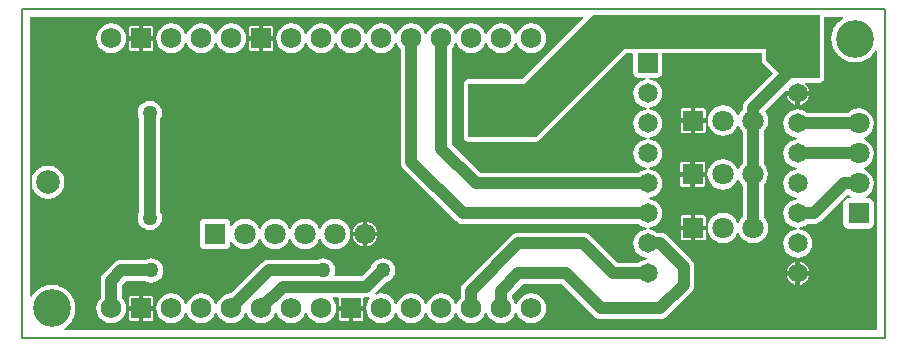
<source format=gbl>
G04 Layer_Physical_Order=4*
G04 Layer_Color=16711680*
%FSLAX24Y24*%
%MOIN*%
G70*
G01*
G75*
%ADD20C,0.0394*%
%ADD21C,0.0050*%
%ADD22C,0.0650*%
%ADD23R,0.0650X0.0650*%
%ADD24C,0.0709*%
%ADD25R,0.0709X0.0709*%
%ADD26C,0.0690*%
%ADD27R,0.0690X0.0690*%
%ADD28R,0.0709X0.0709*%
%ADD29C,0.0787*%
%ADD30C,0.1260*%
%ADD31C,0.0500*%
G36*
X37366Y20655D02*
X37332Y20637D01*
X37321Y20627D01*
X37320Y20627D01*
X37307Y20620D01*
X37211Y20542D01*
X37202Y20530D01*
X37190Y20520D01*
X37111Y20424D01*
X37104Y20411D01*
X37104Y20411D01*
X37095Y20399D01*
X37036Y20290D01*
X37032Y20276D01*
X37025Y20262D01*
X36989Y20144D01*
X36987Y20129D01*
X36983Y20114D01*
X36971Y19991D01*
X36972Y19976D01*
X36971Y19961D01*
X36983Y19837D01*
X36987Y19823D01*
X36989Y19808D01*
X37025Y19689D01*
X37032Y19676D01*
X37036Y19661D01*
X37095Y19552D01*
X37104Y19540D01*
X37104Y19540D01*
X37111Y19527D01*
X37190Y19431D01*
X37202Y19422D01*
X37211Y19410D01*
X37307Y19331D01*
X37320Y19324D01*
X37321Y19324D01*
X37332Y19315D01*
X37442Y19256D01*
X37456Y19252D01*
X37469Y19245D01*
X37588Y19209D01*
X37603Y19207D01*
X37617Y19203D01*
X37741Y19191D01*
X37748Y19191D01*
X37756Y19190D01*
X37763Y19191D01*
X37771Y19191D01*
X37894Y19203D01*
X37909Y19207D01*
X37924Y19209D01*
X38043Y19245D01*
X38056Y19252D01*
X38070Y19256D01*
X38180Y19315D01*
X38191Y19324D01*
X38191Y19324D01*
X38205Y19331D01*
X38300Y19410D01*
X38310Y19422D01*
X38322Y19431D01*
X38400Y19527D01*
X38408Y19540D01*
X38408Y19540D01*
X38417Y19552D01*
X38435Y19586D01*
X38485Y19573D01*
Y10255D01*
X11387D01*
X11374Y10305D01*
X11408Y10323D01*
X11420Y10333D01*
X11420Y10333D01*
X11433Y10340D01*
X11529Y10418D01*
X11538Y10430D01*
X11550Y10440D01*
X11629Y10536D01*
X11636Y10549D01*
X11636Y10549D01*
X11645Y10560D01*
X11704Y10670D01*
X11708Y10684D01*
X11715Y10698D01*
X11751Y10816D01*
X11753Y10831D01*
X11757Y10846D01*
X11769Y10969D01*
X11768Y10984D01*
X11769Y10999D01*
X11757Y11123D01*
X11753Y11137D01*
X11751Y11152D01*
X11715Y11271D01*
X11708Y11284D01*
X11704Y11299D01*
X11645Y11408D01*
X11636Y11420D01*
X11636Y11420D01*
X11629Y11433D01*
X11550Y11529D01*
X11538Y11538D01*
X11529Y11550D01*
X11433Y11629D01*
X11420Y11636D01*
X11420Y11636D01*
X11408Y11645D01*
X11299Y11704D01*
X11284Y11708D01*
X11271Y11715D01*
X11152Y11751D01*
X11137Y11753D01*
X11123Y11757D01*
X10999Y11769D01*
X10992Y11769D01*
X10984Y11770D01*
X10977Y11769D01*
X10969Y11769D01*
X10846Y11757D01*
X10831Y11753D01*
X10816Y11751D01*
X10698Y11715D01*
X10684Y11708D01*
X10670Y11704D01*
X10560Y11645D01*
X10549Y11636D01*
X10549Y11636D01*
X10536Y11629D01*
X10440Y11550D01*
X10430Y11538D01*
X10418Y11529D01*
X10340Y11433D01*
X10333Y11420D01*
X10333Y11420D01*
X10323Y11408D01*
X10305Y11374D01*
X10255Y11387D01*
Y20705D01*
X28691D01*
X28710Y20659D01*
X26669Y18618D01*
X24862Y18618D01*
X24804Y18606D01*
X24754Y18573D01*
X24721Y18523D01*
X24709Y18465D01*
Y16693D01*
X24721Y16634D01*
X24754Y16585D01*
X24804Y16552D01*
X24862Y16540D01*
X27126Y16540D01*
X27185Y16552D01*
X27234Y16585D01*
X30142Y19493D01*
X30325D01*
X30369Y19443D01*
Y18829D01*
X30380Y18770D01*
X30414Y18721D01*
X30463Y18687D01*
X30522Y18676D01*
X30793D01*
X30796Y18626D01*
X30723Y18616D01*
X30607Y18568D01*
X30508Y18492D01*
X30432Y18393D01*
X30384Y18277D01*
X30368Y18154D01*
X30384Y18030D01*
X30432Y17914D01*
X30508Y17815D01*
X30607Y17739D01*
X30723Y17691D01*
X30815Y17679D01*
Y17628D01*
X30723Y17616D01*
X30607Y17568D01*
X30508Y17492D01*
X30432Y17393D01*
X30384Y17277D01*
X30368Y17154D01*
X30384Y17030D01*
X30432Y16914D01*
X30508Y16815D01*
X30607Y16739D01*
X30723Y16691D01*
X30815Y16679D01*
Y16628D01*
X30723Y16616D01*
X30607Y16568D01*
X30508Y16492D01*
X30432Y16393D01*
X30384Y16277D01*
X30368Y16154D01*
X30384Y16030D01*
X30432Y15914D01*
X30508Y15815D01*
X30607Y15739D01*
X30723Y15691D01*
X30815Y15679D01*
Y15628D01*
X30723Y15616D01*
X30607Y15568D01*
X30522Y15503D01*
X25267D01*
X24310Y16460D01*
Y19629D01*
X24314Y19631D01*
X24393Y19735D01*
X24434Y19833D01*
X24488D01*
X24528Y19735D01*
X24608Y19631D01*
X24711Y19552D01*
X24831Y19502D01*
X24961Y19485D01*
X25090Y19502D01*
X25210Y19552D01*
X25314Y19631D01*
X25393Y19735D01*
X25434Y19833D01*
X25488D01*
X25528Y19735D01*
X25608Y19631D01*
X25711Y19552D01*
X25831Y19502D01*
X25961Y19485D01*
X26090Y19502D01*
X26210Y19552D01*
X26314Y19631D01*
X26393Y19735D01*
X26434Y19833D01*
X26488D01*
X26528Y19735D01*
X26608Y19631D01*
X26711Y19552D01*
X26831Y19502D01*
X26961Y19485D01*
X27090Y19502D01*
X27210Y19552D01*
X27314Y19631D01*
X27393Y19735D01*
X27443Y19855D01*
X27460Y19984D01*
X27443Y20113D01*
X27393Y20234D01*
X27314Y20337D01*
X27210Y20417D01*
X27090Y20467D01*
X26961Y20484D01*
X26831Y20467D01*
X26711Y20417D01*
X26608Y20337D01*
X26528Y20234D01*
X26488Y20136D01*
X26434D01*
X26393Y20234D01*
X26314Y20337D01*
X26210Y20417D01*
X26090Y20467D01*
X25961Y20484D01*
X25831Y20467D01*
X25711Y20417D01*
X25608Y20337D01*
X25528Y20234D01*
X25488Y20136D01*
X25434D01*
X25393Y20234D01*
X25314Y20337D01*
X25210Y20417D01*
X25090Y20467D01*
X24961Y20484D01*
X24831Y20467D01*
X24711Y20417D01*
X24608Y20337D01*
X24528Y20234D01*
X24488Y20136D01*
X24434D01*
X24393Y20234D01*
X24314Y20337D01*
X24210Y20417D01*
X24090Y20467D01*
X23961Y20484D01*
X23831Y20467D01*
X23711Y20417D01*
X23608Y20337D01*
X23528Y20234D01*
X23488Y20136D01*
X23434D01*
X23393Y20234D01*
X23314Y20337D01*
X23210Y20417D01*
X23090Y20467D01*
X22961Y20484D01*
X22831Y20467D01*
X22711Y20417D01*
X22608Y20337D01*
X22528Y20234D01*
X22488Y20136D01*
X22434D01*
X22393Y20234D01*
X22314Y20337D01*
X22210Y20417D01*
X22090Y20467D01*
X21961Y20484D01*
X21831Y20467D01*
X21711Y20417D01*
X21608Y20337D01*
X21528Y20234D01*
X21488Y20136D01*
X21434D01*
X21393Y20234D01*
X21314Y20337D01*
X21210Y20417D01*
X21090Y20467D01*
X20961Y20484D01*
X20831Y20467D01*
X20711Y20417D01*
X20608Y20337D01*
X20528Y20234D01*
X20488Y20136D01*
X20434D01*
X20393Y20234D01*
X20314Y20337D01*
X20210Y20417D01*
X20090Y20467D01*
X19961Y20484D01*
X19831Y20467D01*
X19711Y20417D01*
X19608Y20337D01*
X19528Y20234D01*
X19488Y20136D01*
X19434D01*
X19393Y20234D01*
X19314Y20337D01*
X19210Y20417D01*
X19090Y20467D01*
X18961Y20484D01*
X18831Y20467D01*
X18711Y20417D01*
X18608Y20337D01*
X18528Y20234D01*
X18478Y20113D01*
X18461Y19984D01*
X18478Y19855D01*
X18528Y19735D01*
X18608Y19631D01*
X18711Y19552D01*
X18831Y19502D01*
X18961Y19485D01*
X19090Y19502D01*
X19210Y19552D01*
X19314Y19631D01*
X19393Y19735D01*
X19434Y19833D01*
X19488D01*
X19528Y19735D01*
X19608Y19631D01*
X19711Y19552D01*
X19831Y19502D01*
X19961Y19485D01*
X20090Y19502D01*
X20210Y19552D01*
X20314Y19631D01*
X20393Y19735D01*
X20434Y19833D01*
X20488D01*
X20528Y19735D01*
X20608Y19631D01*
X20711Y19552D01*
X20831Y19502D01*
X20961Y19485D01*
X21090Y19502D01*
X21210Y19552D01*
X21314Y19631D01*
X21393Y19735D01*
X21434Y19833D01*
X21488D01*
X21528Y19735D01*
X21608Y19631D01*
X21711Y19552D01*
X21831Y19502D01*
X21961Y19485D01*
X22090Y19502D01*
X22210Y19552D01*
X22314Y19631D01*
X22393Y19735D01*
X22434Y19833D01*
X22488D01*
X22528Y19735D01*
X22608Y19631D01*
X22611Y19629D01*
Y15882D01*
X22617Y15837D01*
X22623Y15791D01*
X22658Y15707D01*
X22713Y15635D01*
X24442Y13906D01*
X24514Y13851D01*
X24563Y13830D01*
X24598Y13816D01*
X24644Y13810D01*
X24689Y13804D01*
X30522D01*
X30607Y13739D01*
X30723Y13691D01*
X30815Y13679D01*
Y13628D01*
X30723Y13616D01*
X30607Y13568D01*
X30508Y13492D01*
X30432Y13393D01*
X30384Y13277D01*
X30368Y13154D01*
X30384Y13030D01*
X30432Y12914D01*
X30508Y12815D01*
X30607Y12739D01*
X30723Y12691D01*
X30815Y12679D01*
Y12628D01*
X30723Y12616D01*
X30607Y12568D01*
X30522Y12503D01*
X29842D01*
X28944Y13401D01*
X28872Y13457D01*
X28787Y13491D01*
X28697Y13503D01*
X26535D01*
X26445Y13491D01*
X26361Y13457D01*
X26288Y13401D01*
X24713Y11826D01*
X24658Y11754D01*
X24623Y11669D01*
X24617Y11624D01*
X24611Y11579D01*
Y11340D01*
X24608Y11337D01*
X24528Y11234D01*
X24488Y11136D01*
X24434D01*
X24393Y11234D01*
X24314Y11337D01*
X24210Y11417D01*
X24090Y11467D01*
X23961Y11484D01*
X23831Y11467D01*
X23711Y11417D01*
X23608Y11337D01*
X23528Y11234D01*
X23488Y11136D01*
X23434D01*
X23393Y11234D01*
X23314Y11337D01*
X23210Y11417D01*
X23090Y11467D01*
X22961Y11484D01*
X22831Y11467D01*
X22711Y11417D01*
X22608Y11337D01*
X22528Y11234D01*
X22488Y11136D01*
X22434D01*
X22393Y11234D01*
X22314Y11337D01*
X22210Y11417D01*
X22090Y11467D01*
X21961Y11484D01*
X21831Y11467D01*
X21783Y11446D01*
X21754Y11489D01*
X22126Y11861D01*
X22223Y11901D01*
X22306Y11965D01*
X22370Y12048D01*
X22411Y12146D01*
X22424Y12250D01*
X22411Y12354D01*
X22370Y12452D01*
X22306Y12535D01*
X22223Y12599D01*
X22125Y12640D01*
X22021Y12653D01*
X21916Y12640D01*
X21819Y12599D01*
X21736Y12535D01*
X21671Y12452D01*
X21632Y12355D01*
X21326Y12050D01*
X20416D01*
X20388Y12091D01*
X20410Y12146D01*
X20424Y12250D01*
X20410Y12354D01*
X20370Y12452D01*
X20306Y12535D01*
X20223Y12599D01*
X20125Y12640D01*
X20021Y12653D01*
X19916Y12640D01*
X19820Y12600D01*
X18226D01*
X18136Y12588D01*
X18051Y12553D01*
X17979Y12497D01*
X16965Y11483D01*
X16961Y11484D01*
X16831Y11467D01*
X16711Y11417D01*
X16608Y11337D01*
X16528Y11234D01*
X16488Y11136D01*
X16434D01*
X16393Y11234D01*
X16314Y11337D01*
X16210Y11417D01*
X16090Y11467D01*
X15961Y11484D01*
X15831Y11467D01*
X15711Y11417D01*
X15608Y11337D01*
X15528Y11234D01*
X15488Y11136D01*
X15434D01*
X15393Y11234D01*
X15314Y11337D01*
X15210Y11417D01*
X15090Y11467D01*
X14961Y11484D01*
X14831Y11467D01*
X14711Y11417D01*
X14608Y11337D01*
X14528Y11234D01*
X14478Y11113D01*
X14461Y10984D01*
X14478Y10855D01*
X14528Y10735D01*
X14608Y10631D01*
X14711Y10552D01*
X14831Y10502D01*
X14961Y10485D01*
X15090Y10502D01*
X15210Y10552D01*
X15314Y10631D01*
X15393Y10735D01*
X15434Y10833D01*
X15488D01*
X15528Y10735D01*
X15608Y10631D01*
X15711Y10552D01*
X15831Y10502D01*
X15961Y10485D01*
X16090Y10502D01*
X16210Y10552D01*
X16314Y10631D01*
X16393Y10735D01*
X16434Y10833D01*
X16488D01*
X16528Y10735D01*
X16608Y10631D01*
X16711Y10552D01*
X16831Y10502D01*
X16961Y10485D01*
X17090Y10502D01*
X17210Y10552D01*
X17314Y10631D01*
X17393Y10735D01*
X17434Y10833D01*
X17488D01*
X17528Y10735D01*
X17608Y10631D01*
X17711Y10552D01*
X17831Y10502D01*
X17961Y10485D01*
X18090Y10502D01*
X18210Y10552D01*
X18314Y10631D01*
X18393Y10735D01*
X18434Y10833D01*
X18488D01*
X18528Y10735D01*
X18608Y10631D01*
X18711Y10552D01*
X18831Y10502D01*
X18961Y10485D01*
X19090Y10502D01*
X19210Y10552D01*
X19314Y10631D01*
X19393Y10735D01*
X19434Y10833D01*
X19488D01*
X19528Y10735D01*
X19608Y10631D01*
X19711Y10552D01*
X19831Y10502D01*
X19961Y10485D01*
X20090Y10502D01*
X20210Y10552D01*
X20314Y10631D01*
X20393Y10735D01*
X20443Y10855D01*
X20460Y10984D01*
X20443Y11113D01*
X20393Y11234D01*
X20342Y11300D01*
X20367Y11350D01*
X20537D01*
X20551Y11329D01*
Y11059D01*
X20961D01*
X21371D01*
Y11329D01*
X21385Y11350D01*
X21471D01*
X21561Y11362D01*
X21565Y11363D01*
X21596Y11322D01*
X21528Y11234D01*
X21478Y11113D01*
X21461Y10984D01*
X21478Y10855D01*
X21528Y10735D01*
X21608Y10631D01*
X21711Y10552D01*
X21831Y10502D01*
X21961Y10485D01*
X22090Y10502D01*
X22210Y10552D01*
X22314Y10631D01*
X22393Y10735D01*
X22434Y10833D01*
X22488D01*
X22528Y10735D01*
X22608Y10631D01*
X22711Y10552D01*
X22831Y10502D01*
X22961Y10485D01*
X23090Y10502D01*
X23210Y10552D01*
X23314Y10631D01*
X23393Y10735D01*
X23434Y10833D01*
X23488D01*
X23528Y10735D01*
X23608Y10631D01*
X23711Y10552D01*
X23831Y10502D01*
X23961Y10485D01*
X24090Y10502D01*
X24210Y10552D01*
X24314Y10631D01*
X24393Y10735D01*
X24434Y10833D01*
X24488D01*
X24528Y10735D01*
X24608Y10631D01*
X24711Y10552D01*
X24831Y10502D01*
X24961Y10485D01*
X25090Y10502D01*
X25210Y10552D01*
X25314Y10631D01*
X25393Y10735D01*
X25434Y10833D01*
X25488D01*
X25528Y10735D01*
X25608Y10631D01*
X25711Y10552D01*
X25831Y10502D01*
X25961Y10485D01*
X26090Y10502D01*
X26210Y10552D01*
X26314Y10631D01*
X26393Y10735D01*
X26434Y10833D01*
X26488D01*
X26528Y10735D01*
X26608Y10631D01*
X26711Y10552D01*
X26831Y10502D01*
X26961Y10485D01*
X27090Y10502D01*
X27210Y10552D01*
X27314Y10631D01*
X27393Y10735D01*
X27443Y10855D01*
X27460Y10984D01*
X27443Y11113D01*
X27393Y11234D01*
X27314Y11337D01*
X27210Y11417D01*
X27090Y11467D01*
X26961Y11484D01*
X26831Y11467D01*
X26711Y11417D01*
X26608Y11337D01*
X26528Y11234D01*
X26488Y11136D01*
X26434D01*
X26393Y11234D01*
X26314Y11337D01*
X26310Y11340D01*
Y11434D01*
X26680Y11804D01*
X27977D01*
X29044Y10737D01*
X29116Y10681D01*
X29201Y10646D01*
X29291Y10634D01*
X31260D01*
X31350Y10646D01*
X31435Y10681D01*
X31507Y10737D01*
X32295Y11524D01*
X32350Y11597D01*
X32385Y11681D01*
X32391Y11726D01*
X32397Y11772D01*
Y12366D01*
X32391Y12411D01*
X32385Y12457D01*
X32350Y12541D01*
X32295Y12614D01*
X31507Y13401D01*
X31435Y13457D01*
X31350Y13491D01*
X31260Y13503D01*
X31170D01*
X31086Y13568D01*
X30970Y13616D01*
X30878Y13628D01*
Y13679D01*
X30970Y13691D01*
X31086Y13739D01*
X31185Y13815D01*
X31261Y13914D01*
X31309Y14030D01*
X31325Y14154D01*
X31309Y14277D01*
X31261Y14393D01*
X31185Y14492D01*
X31086Y14568D01*
X30970Y14616D01*
X30878Y14628D01*
Y14679D01*
X30970Y14691D01*
X31086Y14739D01*
X31185Y14815D01*
X31261Y14914D01*
X31309Y15030D01*
X31325Y15154D01*
X31309Y15277D01*
X31261Y15393D01*
X31185Y15492D01*
X31086Y15568D01*
X30970Y15616D01*
X30878Y15628D01*
Y15679D01*
X30970Y15691D01*
X31086Y15739D01*
X31185Y15815D01*
X31261Y15914D01*
X31309Y16030D01*
X31325Y16154D01*
X31309Y16277D01*
X31261Y16393D01*
X31185Y16492D01*
X31086Y16568D01*
X30970Y16616D01*
X30878Y16628D01*
Y16679D01*
X30970Y16691D01*
X31086Y16739D01*
X31185Y16815D01*
X31261Y16914D01*
X31309Y17030D01*
X31325Y17154D01*
X31309Y17277D01*
X31261Y17393D01*
X31185Y17492D01*
X31086Y17568D01*
X30970Y17616D01*
X30878Y17628D01*
Y17679D01*
X30970Y17691D01*
X31086Y17739D01*
X31185Y17815D01*
X31261Y17914D01*
X31309Y18030D01*
X31325Y18154D01*
X31309Y18277D01*
X31261Y18393D01*
X31185Y18492D01*
X31086Y18568D01*
X30970Y18616D01*
X30897Y18626D01*
X30900Y18676D01*
X31171D01*
X31230Y18687D01*
X31279Y18721D01*
X31313Y18770D01*
X31324Y18829D01*
Y19478D01*
X31336Y19493D01*
X34650Y19493D01*
Y19252D01*
X34662Y19193D01*
X34695Y19144D01*
X35018Y18820D01*
X34115Y17917D01*
X34059Y17844D01*
X34024Y17760D01*
X34018Y17715D01*
X34012Y17669D01*
Y17611D01*
X34003Y17604D01*
X33922Y17498D01*
X33889Y17420D01*
X33835D01*
X33803Y17498D01*
X33722Y17604D01*
X33617Y17685D01*
X33494Y17735D01*
X33362Y17753D01*
X33231Y17735D01*
X33108Y17685D01*
X33003Y17604D01*
X32922Y17498D01*
X32871Y17376D01*
X32854Y17244D01*
X32871Y17112D01*
X32922Y16990D01*
X33003Y16884D01*
X33108Y16804D01*
X33231Y16753D01*
X33362Y16735D01*
X33494Y16753D01*
X33617Y16804D01*
X33722Y16884D01*
X33803Y16990D01*
X33835Y17068D01*
X33889D01*
X33922Y16990D01*
X34003Y16884D01*
X34012Y16877D01*
Y15836D01*
X33987Y15816D01*
X33906Y15711D01*
X33874Y15633D01*
X33819D01*
X33787Y15711D01*
X33706Y15816D01*
X33601Y15897D01*
X33478Y15948D01*
X33346Y15965D01*
X33215Y15948D01*
X33092Y15897D01*
X32987Y15816D01*
X32906Y15711D01*
X32855Y15588D01*
X32838Y15457D01*
X32855Y15325D01*
X32906Y15202D01*
X32987Y15097D01*
X33092Y15016D01*
X33215Y14965D01*
X33346Y14948D01*
X33478Y14965D01*
X33601Y15016D01*
X33706Y15097D01*
X33787Y15202D01*
X33819Y15281D01*
X33874D01*
X33906Y15202D01*
X33987Y15097D01*
X34012Y15077D01*
Y14037D01*
X34003Y14029D01*
X33922Y13924D01*
X33889Y13845D01*
X33835D01*
X33803Y13924D01*
X33722Y14029D01*
X33617Y14110D01*
X33494Y14161D01*
X33362Y14178D01*
X33231Y14161D01*
X33108Y14110D01*
X33003Y14029D01*
X32922Y13924D01*
X32871Y13801D01*
X32854Y13669D01*
X32871Y13538D01*
X32922Y13415D01*
X33003Y13310D01*
X33108Y13229D01*
X33231Y13178D01*
X33362Y13161D01*
X33494Y13178D01*
X33617Y13229D01*
X33722Y13310D01*
X33803Y13415D01*
X33835Y13493D01*
X33889D01*
X33922Y13415D01*
X34003Y13310D01*
X34108Y13229D01*
X34231Y13178D01*
X34362Y13161D01*
X34494Y13178D01*
X34617Y13229D01*
X34722Y13310D01*
X34803Y13415D01*
X34854Y13538D01*
X34871Y13669D01*
X34854Y13801D01*
X34803Y13924D01*
X34722Y14029D01*
X34712Y14037D01*
Y15105D01*
X34787Y15202D01*
X34838Y15325D01*
X34855Y15457D01*
X34838Y15588D01*
X34787Y15711D01*
X34712Y15809D01*
Y16877D01*
X34722Y16884D01*
X34803Y16990D01*
X34854Y17112D01*
X34871Y17244D01*
X34854Y17376D01*
X34803Y17498D01*
X34752Y17564D01*
X35418Y18230D01*
X35422Y18229D01*
X36225D01*
X36221Y18254D01*
X36183Y18348D01*
X36121Y18428D01*
X36081Y18458D01*
X36098Y18508D01*
X36575D01*
X36633Y18520D01*
X36683Y18553D01*
X36716Y18603D01*
X36728Y18661D01*
Y20705D01*
X37354D01*
X37366Y20655D01*
D02*
G37*
G36*
X36575Y18661D02*
X35394D01*
X34803Y19252D01*
Y19646D01*
X30079Y19646D01*
X27126Y16693D01*
X24862Y16693D01*
Y18465D01*
X26732Y18465D01*
X29035Y20768D01*
X36575D01*
Y18661D01*
D02*
G37*
%LPC*%
G36*
X32781Y13594D02*
X32437D01*
Y13250D01*
X32717D01*
X32762Y13269D01*
X32781Y13315D01*
Y13594D01*
D02*
G37*
G36*
X21344Y13873D02*
X21311Y13868D01*
X21210Y13826D01*
X21124Y13760D01*
X21057Y13674D01*
X21016Y13573D01*
X21011Y13540D01*
X21344D01*
Y13873D01*
D02*
G37*
G36*
X32287Y13594D02*
X31943D01*
Y13315D01*
X31962Y13269D01*
X32008Y13250D01*
X32287D01*
Y13594D01*
D02*
G37*
G36*
X21344Y13390D02*
X21011D01*
X21016Y13356D01*
X21057Y13256D01*
X21124Y13169D01*
X21210Y13103D01*
X21311Y13061D01*
X21344Y13057D01*
Y13390D01*
D02*
G37*
G36*
X21827D02*
X21494D01*
Y13057D01*
X21527Y13061D01*
X21628Y13103D01*
X21715Y13169D01*
X21781Y13256D01*
X21823Y13356D01*
X21827Y13390D01*
D02*
G37*
G36*
X32287Y14089D02*
X32008D01*
X31962Y14070D01*
X31943Y14024D01*
Y13744D01*
X32287D01*
Y14089D01*
D02*
G37*
G36*
X32717D02*
X32437D01*
Y13744D01*
X32781D01*
Y14024D01*
X32762Y14070D01*
X32717Y14089D01*
D02*
G37*
G36*
X20419Y13973D02*
X20288Y13956D01*
X20165Y13905D01*
X20060Y13824D01*
X19979Y13719D01*
X19946Y13641D01*
X19892D01*
X19860Y13719D01*
X19779Y13824D01*
X19674Y13905D01*
X19551Y13956D01*
X19419Y13973D01*
X19288Y13956D01*
X19165Y13905D01*
X19060Y13824D01*
X18979Y13719D01*
X18946Y13641D01*
X18892D01*
X18860Y13719D01*
X18779Y13824D01*
X18674Y13905D01*
X18551Y13956D01*
X18419Y13973D01*
X18288Y13956D01*
X18165Y13905D01*
X18060Y13824D01*
X17979Y13719D01*
X17946Y13641D01*
X17892D01*
X17860Y13719D01*
X17779Y13824D01*
X17674Y13905D01*
X17551Y13956D01*
X17419Y13973D01*
X17288Y13956D01*
X17165Y13905D01*
X17060Y13824D01*
X16979Y13719D01*
X16977Y13714D01*
X16927Y13724D01*
Y13819D01*
X16915Y13877D01*
X16882Y13927D01*
X16832Y13960D01*
X16774Y13972D01*
X16065D01*
X16006Y13960D01*
X15957Y13927D01*
X15924Y13877D01*
X15912Y13819D01*
Y13110D01*
X15924Y13052D01*
X15957Y13002D01*
X16006Y12969D01*
X16065Y12957D01*
X16774D01*
X16832Y12969D01*
X16882Y13002D01*
X16915Y13052D01*
X16927Y13110D01*
Y13206D01*
X16977Y13216D01*
X16979Y13210D01*
X17060Y13105D01*
X17165Y13024D01*
X17288Y12973D01*
X17419Y12956D01*
X17551Y12973D01*
X17674Y13024D01*
X17779Y13105D01*
X17860Y13210D01*
X17892Y13288D01*
X17946D01*
X17979Y13210D01*
X18060Y13105D01*
X18165Y13024D01*
X18288Y12973D01*
X18419Y12956D01*
X18551Y12973D01*
X18674Y13024D01*
X18779Y13105D01*
X18860Y13210D01*
X18892Y13288D01*
X18946D01*
X18979Y13210D01*
X19060Y13105D01*
X19165Y13024D01*
X19288Y12973D01*
X19419Y12956D01*
X19551Y12973D01*
X19674Y13024D01*
X19779Y13105D01*
X19860Y13210D01*
X19892Y13288D01*
X19946D01*
X19979Y13210D01*
X20060Y13105D01*
X20165Y13024D01*
X20288Y12973D01*
X20419Y12956D01*
X20551Y12973D01*
X20674Y13024D01*
X20779Y13105D01*
X20860Y13210D01*
X20911Y13333D01*
X20928Y13465D01*
X20911Y13596D01*
X20860Y13719D01*
X20779Y13824D01*
X20674Y13905D01*
X20551Y13956D01*
X20419Y13973D01*
D02*
G37*
G36*
X21494Y13873D02*
Y13540D01*
X21827D01*
X21823Y13573D01*
X21781Y13674D01*
X21715Y13760D01*
X21628Y13826D01*
X21527Y13868D01*
X21494Y13873D01*
D02*
G37*
G36*
X14250Y17903D02*
X14146Y17890D01*
X14048Y17849D01*
X13965Y17785D01*
X13901Y17702D01*
X13860Y17604D01*
X13847Y17500D01*
X13860Y17396D01*
X13900Y17299D01*
Y14201D01*
X13860Y14104D01*
X13847Y14000D01*
X13860Y13896D01*
X13901Y13798D01*
X13965Y13715D01*
X14048Y13651D01*
X14146Y13610D01*
X14250Y13597D01*
X14354Y13610D01*
X14452Y13651D01*
X14535Y13715D01*
X14599Y13798D01*
X14640Y13896D01*
X14653Y14000D01*
X14640Y14104D01*
X14600Y14201D01*
Y17299D01*
X14640Y17396D01*
X14653Y17500D01*
X14640Y17604D01*
X14599Y17702D01*
X14535Y17785D01*
X14452Y17849D01*
X14354Y17890D01*
X14250Y17903D01*
D02*
G37*
G36*
X35921Y12532D02*
Y12229D01*
X36225D01*
X36221Y12254D01*
X36183Y12348D01*
X36121Y12428D01*
X36041Y12490D01*
X35947Y12528D01*
X35921Y12532D01*
D02*
G37*
G36*
X14306Y11394D02*
X14036D01*
Y11059D01*
X14371D01*
Y11329D01*
X14352Y11375D01*
X14306Y11394D01*
D02*
G37*
G36*
X35771Y12079D02*
X35468D01*
X35472Y12053D01*
X35510Y11959D01*
X35572Y11879D01*
X35652Y11817D01*
X35746Y11779D01*
X35771Y11775D01*
Y12079D01*
D02*
G37*
G36*
X13886Y11394D02*
X13616D01*
X13570Y11375D01*
X13551Y11329D01*
Y11059D01*
X13886D01*
Y11394D01*
D02*
G37*
G36*
X20886Y10909D02*
X20551D01*
Y10639D01*
X20570Y10593D01*
X20616Y10574D01*
X20886D01*
Y10909D01*
D02*
G37*
G36*
X21371D02*
X21036D01*
Y10574D01*
X21306D01*
X21352Y10593D01*
X21371Y10639D01*
Y10909D01*
D02*
G37*
G36*
X35771Y12532D02*
X35746Y12528D01*
X35652Y12490D01*
X35572Y12428D01*
X35510Y12348D01*
X35472Y12254D01*
X35468Y12229D01*
X35771D01*
Y12532D01*
D02*
G37*
G36*
X13886Y10909D02*
X13551D01*
Y10639D01*
X13570Y10593D01*
X13616Y10574D01*
X13886D01*
Y10909D01*
D02*
G37*
G36*
X14371D02*
X14036D01*
Y10574D01*
X14306D01*
X14352Y10593D01*
X14371Y10639D01*
Y10909D01*
D02*
G37*
G36*
X36225Y12079D02*
X35921D01*
Y11775D01*
X35947Y11779D01*
X36041Y11817D01*
X36121Y11879D01*
X36183Y11959D01*
X36221Y12053D01*
X36225Y12079D01*
D02*
G37*
G36*
X14300Y12653D02*
X14196Y12640D01*
X14099Y12600D01*
X13300D01*
X13209Y12588D01*
X13125Y12553D01*
X13053Y12497D01*
X12713Y12158D01*
X12658Y12086D01*
X12623Y12001D01*
X12617Y11956D01*
X12611Y11911D01*
Y11340D01*
X12608Y11337D01*
X12528Y11234D01*
X12478Y11113D01*
X12461Y10984D01*
X12478Y10855D01*
X12528Y10735D01*
X12608Y10631D01*
X12711Y10552D01*
X12831Y10502D01*
X12961Y10485D01*
X13090Y10502D01*
X13210Y10552D01*
X13314Y10631D01*
X13393Y10735D01*
X13443Y10855D01*
X13460Y10984D01*
X13443Y11113D01*
X13393Y11234D01*
X13314Y11337D01*
X13310Y11340D01*
Y11766D01*
X13445Y11900D01*
X14099D01*
X14196Y11860D01*
X14300Y11847D01*
X14404Y11860D01*
X14502Y11901D01*
X14585Y11965D01*
X14649Y12048D01*
X14690Y12146D01*
X14703Y12250D01*
X14690Y12354D01*
X14649Y12452D01*
X14585Y12535D01*
X14502Y12599D01*
X14404Y12640D01*
X14300Y12653D01*
D02*
G37*
G36*
X32271Y15382D02*
X31927D01*
Y15102D01*
X31946Y15056D01*
X31992Y15037D01*
X32271D01*
Y15382D01*
D02*
G37*
G36*
X17886Y19909D02*
X17551D01*
Y19639D01*
X17570Y19593D01*
X17616Y19574D01*
X17886D01*
Y19909D01*
D02*
G37*
G36*
X18371D02*
X18036D01*
Y19574D01*
X18306D01*
X18352Y19593D01*
X18371Y19639D01*
Y19909D01*
D02*
G37*
G36*
X14371D02*
X14036D01*
Y19574D01*
X14306D01*
X14352Y19593D01*
X14371Y19639D01*
Y19909D01*
D02*
G37*
G36*
X12961Y20484D02*
X12831Y20467D01*
X12711Y20417D01*
X12608Y20337D01*
X12528Y20234D01*
X12478Y20113D01*
X12461Y19984D01*
X12478Y19855D01*
X12528Y19735D01*
X12608Y19631D01*
X12711Y19552D01*
X12831Y19502D01*
X12961Y19485D01*
X13090Y19502D01*
X13210Y19552D01*
X13314Y19631D01*
X13393Y19735D01*
X13443Y19855D01*
X13460Y19984D01*
X13443Y20113D01*
X13393Y20234D01*
X13314Y20337D01*
X13210Y20417D01*
X13090Y20467D01*
X12961Y20484D01*
D02*
G37*
G36*
X13886Y19909D02*
X13551D01*
Y19639D01*
X13570Y19593D01*
X13616Y19574D01*
X13886D01*
Y19909D01*
D02*
G37*
G36*
X18306Y20394D02*
X18036D01*
Y20059D01*
X18371D01*
Y20329D01*
X18352Y20375D01*
X18306Y20394D01*
D02*
G37*
G36*
X16961Y20484D02*
X16831Y20467D01*
X16711Y20417D01*
X16608Y20337D01*
X16528Y20234D01*
X16488Y20136D01*
X16434D01*
X16393Y20234D01*
X16314Y20337D01*
X16210Y20417D01*
X16090Y20467D01*
X15961Y20484D01*
X15831Y20467D01*
X15711Y20417D01*
X15608Y20337D01*
X15528Y20234D01*
X15488Y20136D01*
X15434D01*
X15393Y20234D01*
X15314Y20337D01*
X15210Y20417D01*
X15090Y20467D01*
X14961Y20484D01*
X14831Y20467D01*
X14711Y20417D01*
X14608Y20337D01*
X14528Y20234D01*
X14478Y20113D01*
X14461Y19984D01*
X14478Y19855D01*
X14528Y19735D01*
X14608Y19631D01*
X14711Y19552D01*
X14831Y19502D01*
X14961Y19485D01*
X15090Y19502D01*
X15210Y19552D01*
X15314Y19631D01*
X15393Y19735D01*
X15434Y19833D01*
X15488D01*
X15528Y19735D01*
X15608Y19631D01*
X15711Y19552D01*
X15831Y19502D01*
X15961Y19485D01*
X16090Y19502D01*
X16210Y19552D01*
X16314Y19631D01*
X16393Y19735D01*
X16434Y19833D01*
X16488D01*
X16528Y19735D01*
X16608Y19631D01*
X16711Y19552D01*
X16831Y19502D01*
X16961Y19485D01*
X17090Y19502D01*
X17210Y19552D01*
X17314Y19631D01*
X17393Y19735D01*
X17443Y19855D01*
X17460Y19984D01*
X17443Y20113D01*
X17393Y20234D01*
X17314Y20337D01*
X17210Y20417D01*
X17090Y20467D01*
X16961Y20484D01*
D02*
G37*
G36*
X14306Y20394D02*
X14036D01*
Y20059D01*
X14371D01*
Y20329D01*
X14352Y20375D01*
X14306Y20394D01*
D02*
G37*
G36*
X13886D02*
X13616D01*
X13570Y20375D01*
X13551Y20329D01*
Y20059D01*
X13886D01*
Y20394D01*
D02*
G37*
G36*
X17886D02*
X17616D01*
X17570Y20375D01*
X17551Y20329D01*
Y20059D01*
X17886D01*
Y20394D01*
D02*
G37*
G36*
X36225Y18079D02*
X35921D01*
Y17775D01*
X35947Y17779D01*
X36041Y17817D01*
X36121Y17879D01*
X36183Y17959D01*
X36221Y18053D01*
X36225Y18079D01*
D02*
G37*
G36*
X10854Y15743D02*
X10844Y15741D01*
X10834Y15742D01*
X10732Y15728D01*
X10717Y15723D01*
X10712Y15723D01*
X10708Y15721D01*
X10693Y15718D01*
X10597Y15678D01*
X10585Y15670D01*
X10580Y15668D01*
X10576Y15665D01*
X10563Y15658D01*
X10480Y15595D01*
X10470Y15584D01*
X10467Y15581D01*
X10464Y15577D01*
X10452Y15567D01*
X10389Y15485D01*
X10382Y15471D01*
X10379Y15467D01*
X10378Y15463D01*
X10369Y15450D01*
X10329Y15354D01*
X10327Y15339D01*
X10325Y15335D01*
X10324Y15330D01*
X10319Y15316D01*
X10306Y15213D01*
X10307Y15198D01*
X10306Y15193D01*
X10307Y15188D01*
X10306Y15173D01*
X10319Y15070D01*
X10324Y15056D01*
X10325Y15051D01*
X10327Y15046D01*
X10329Y15032D01*
X10369Y14936D01*
X10378Y14923D01*
X10379Y14919D01*
X10382Y14915D01*
X10389Y14901D01*
X10452Y14819D01*
X10464Y14809D01*
X10467Y14805D01*
X10470Y14802D01*
X10480Y14791D01*
X10563Y14728D01*
X10576Y14721D01*
X10580Y14718D01*
X10585Y14716D01*
X10597Y14708D01*
X10693Y14668D01*
X10708Y14665D01*
X10712Y14663D01*
X10717Y14663D01*
X10732Y14658D01*
X10834Y14644D01*
X10844Y14645D01*
X10854Y14643D01*
X10864Y14645D01*
X10874Y14644D01*
X10977Y14658D01*
X10991Y14663D01*
X10996Y14663D01*
X11001Y14665D01*
X11016Y14668D01*
X11111Y14708D01*
X11124Y14716D01*
X11129Y14718D01*
X11132Y14721D01*
X11146Y14728D01*
X11228Y14791D01*
X11238Y14802D01*
X11242Y14805D01*
X11245Y14809D01*
X11256Y14819D01*
X11320Y14901D01*
X11326Y14915D01*
X11329Y14919D01*
X11331Y14923D01*
X11340Y14936D01*
X11379Y15032D01*
X11382Y15046D01*
X11384Y15051D01*
X11385Y15056D01*
X11390Y15070D01*
X11403Y15173D01*
X11402Y15188D01*
X11403Y15193D01*
X11402Y15198D01*
X11403Y15213D01*
X11390Y15316D01*
X11385Y15330D01*
X11384Y15335D01*
X11382Y15339D01*
X11379Y15354D01*
X11340Y15450D01*
X11331Y15463D01*
X11329Y15467D01*
X11326Y15471D01*
X11320Y15485D01*
X11256Y15567D01*
X11245Y15577D01*
X11242Y15581D01*
X11238Y15584D01*
X11228Y15595D01*
X11146Y15658D01*
X11132Y15665D01*
X11129Y15668D01*
X11124Y15670D01*
X11111Y15678D01*
X11016Y15718D01*
X11001Y15721D01*
X10996Y15723D01*
X10991Y15723D01*
X10977Y15728D01*
X10874Y15742D01*
X10864Y15741D01*
X10854Y15743D01*
D02*
G37*
G36*
X32287Y17169D02*
X31943D01*
Y16890D01*
X31962Y16844D01*
X32008Y16825D01*
X32287D01*
Y17169D01*
D02*
G37*
G36*
X32701Y15876D02*
X32421D01*
Y15532D01*
X32766D01*
Y15811D01*
X32747Y15857D01*
X32701Y15876D01*
D02*
G37*
G36*
X32766Y15382D02*
X32421D01*
Y15037D01*
X32701D01*
X32747Y15056D01*
X32766Y15102D01*
Y15382D01*
D02*
G37*
G36*
X32271Y15876D02*
X31992D01*
X31946Y15857D01*
X31927Y15811D01*
Y15532D01*
X32271D01*
Y15876D01*
D02*
G37*
G36*
X37874Y17662D02*
X37742Y17645D01*
X37620Y17594D01*
X37514Y17513D01*
X37507Y17503D01*
X36170D01*
X36086Y17568D01*
X35970Y17616D01*
X35846Y17632D01*
X35723Y17616D01*
X35607Y17568D01*
X35508Y17492D01*
X35432Y17393D01*
X35384Y17277D01*
X35368Y17154D01*
X35384Y17030D01*
X35432Y16914D01*
X35508Y16815D01*
X35607Y16739D01*
X35723Y16691D01*
X35815Y16679D01*
Y16628D01*
X35723Y16616D01*
X35607Y16568D01*
X35508Y16492D01*
X35432Y16393D01*
X35384Y16277D01*
X35368Y16154D01*
X35384Y16030D01*
X35432Y15914D01*
X35508Y15815D01*
X35607Y15739D01*
X35723Y15691D01*
X35815Y15679D01*
Y15628D01*
X35723Y15616D01*
X35607Y15568D01*
X35508Y15492D01*
X35432Y15393D01*
X35384Y15277D01*
X35368Y15154D01*
X35384Y15030D01*
X35432Y14914D01*
X35508Y14815D01*
X35607Y14739D01*
X35723Y14691D01*
X35815Y14679D01*
Y14628D01*
X35723Y14616D01*
X35607Y14568D01*
X35508Y14492D01*
X35432Y14393D01*
X35384Y14277D01*
X35368Y14154D01*
X35384Y14030D01*
X35432Y13914D01*
X35508Y13815D01*
X35607Y13739D01*
X35723Y13691D01*
X35815Y13679D01*
Y13628D01*
X35723Y13616D01*
X35607Y13568D01*
X35508Y13492D01*
X35432Y13393D01*
X35384Y13277D01*
X35368Y13154D01*
X35384Y13030D01*
X35432Y12914D01*
X35508Y12815D01*
X35607Y12739D01*
X35723Y12691D01*
X35846Y12675D01*
X35970Y12691D01*
X36086Y12739D01*
X36185Y12815D01*
X36261Y12914D01*
X36309Y13030D01*
X36325Y13154D01*
X36309Y13277D01*
X36261Y13393D01*
X36185Y13492D01*
X36086Y13568D01*
X35970Y13616D01*
X35878Y13628D01*
Y13679D01*
X35970Y13691D01*
X36086Y13739D01*
X36170Y13804D01*
X36378D01*
X36469Y13816D01*
X36553Y13851D01*
X36625Y13906D01*
X37513Y14794D01*
X37514Y14794D01*
X37620Y14713D01*
X37625Y14711D01*
X37615Y14661D01*
X37520D01*
X37461Y14649D01*
X37412Y14616D01*
X37378Y14566D01*
X37367Y14508D01*
Y13799D01*
X37378Y13741D01*
X37412Y13691D01*
X37461Y13658D01*
X37520Y13646D01*
X38228D01*
X38287Y13658D01*
X38336Y13691D01*
X38370Y13741D01*
X38381Y13799D01*
Y14508D01*
X38370Y14566D01*
X38336Y14616D01*
X38287Y14649D01*
X38228Y14661D01*
X38133D01*
X38123Y14711D01*
X38128Y14713D01*
X38234Y14794D01*
X38315Y14899D01*
X38365Y15022D01*
X38383Y15154D01*
X38365Y15285D01*
X38315Y15408D01*
X38234Y15513D01*
X38128Y15594D01*
X38050Y15626D01*
Y15681D01*
X38128Y15713D01*
X38234Y15794D01*
X38315Y15899D01*
X38365Y16022D01*
X38383Y16154D01*
X38365Y16285D01*
X38315Y16408D01*
X38234Y16513D01*
X38128Y16594D01*
X38050Y16626D01*
Y16681D01*
X38128Y16713D01*
X38234Y16794D01*
X38315Y16899D01*
X38365Y17022D01*
X38383Y17154D01*
X38365Y17285D01*
X38315Y17408D01*
X38234Y17513D01*
X38128Y17594D01*
X38006Y17645D01*
X37874Y17662D01*
D02*
G37*
G36*
X35771Y18079D02*
X35468D01*
X35472Y18053D01*
X35510Y17959D01*
X35572Y17879D01*
X35652Y17817D01*
X35746Y17779D01*
X35771Y17775D01*
Y18079D01*
D02*
G37*
G36*
X32717Y17663D02*
X32437D01*
Y17319D01*
X32781D01*
Y17598D01*
X32762Y17644D01*
X32717Y17663D01*
D02*
G37*
G36*
X32781Y17169D02*
X32437D01*
Y16825D01*
X32717D01*
X32762Y16844D01*
X32781Y16890D01*
Y17169D01*
D02*
G37*
G36*
X32287Y17663D02*
X32008D01*
X31962Y17644D01*
X31943Y17598D01*
Y17319D01*
X32287D01*
Y17663D01*
D02*
G37*
%LPD*%
D20*
X34362Y13669D02*
Y17244D01*
X17961Y10984D02*
X18676Y11700D01*
X21471D01*
X22021Y12250D01*
X18226D02*
X20021D01*
X16961Y10984D02*
X18226Y12250D01*
X13300D02*
X14300D01*
X12961Y11911D02*
X13300Y12250D01*
X12961Y10984D02*
Y11911D01*
X14250Y14000D02*
Y17500D01*
X26535Y12154D02*
X28122D01*
X25961Y11579D02*
X26535Y12154D01*
X28122D02*
X29291Y10984D01*
X31260D01*
X32047Y11772D01*
Y12366D01*
X31260Y13154D02*
X32047Y12366D01*
X30846Y13154D02*
X31260D01*
X24961Y11579D02*
X26535Y13154D01*
X28697D01*
X29697Y12154D01*
X30846D01*
X35846Y17154D02*
X37874D01*
X35846Y16154D02*
X37874D01*
X35846Y14154D02*
X36378D01*
X37378Y15154D01*
X37874D01*
X23961Y16315D02*
Y19984D01*
Y16315D02*
X25122Y15154D01*
X30846D01*
X22961Y15882D02*
Y19984D01*
Y15882D02*
X24689Y14154D01*
X30846D01*
X34362Y17669D02*
X35846Y19154D01*
X34362Y17244D02*
Y17669D01*
X24961Y10984D02*
Y11579D01*
X25961Y10984D02*
Y11579D01*
D21*
X38740Y10000D02*
Y20960D01*
X10000Y10000D02*
X38740D01*
X10000Y20960D02*
X38740D01*
X10000Y10000D02*
Y20960D01*
D22*
X30846Y16154D02*
D03*
X35846D02*
D03*
X30846Y15154D02*
D03*
Y14154D02*
D03*
Y13154D02*
D03*
Y12154D02*
D03*
Y17154D02*
D03*
Y18154D02*
D03*
X35846Y17154D02*
D03*
Y18154D02*
D03*
Y19154D02*
D03*
Y15154D02*
D03*
Y14154D02*
D03*
Y13154D02*
D03*
Y12154D02*
D03*
D23*
X30846Y19154D02*
D03*
D24*
X21419Y13465D02*
D03*
X20419D02*
D03*
X19419D02*
D03*
X17419D02*
D03*
X18419D02*
D03*
X37874Y17154D02*
D03*
Y15154D02*
D03*
Y16154D02*
D03*
X34362Y17244D02*
D03*
X33362D02*
D03*
X34346Y15457D02*
D03*
X33346D02*
D03*
X34362Y13669D02*
D03*
X33362D02*
D03*
D25*
X16419Y13465D02*
D03*
X32362Y17244D02*
D03*
X32346Y15457D02*
D03*
X32362Y13669D02*
D03*
D26*
X12961Y10984D02*
D03*
X14961D02*
D03*
X15961D02*
D03*
X16961D02*
D03*
X17961D02*
D03*
X18961D02*
D03*
X19961D02*
D03*
X21961D02*
D03*
X22961D02*
D03*
X23961D02*
D03*
X24961D02*
D03*
X25961D02*
D03*
X26961D02*
D03*
X12961Y19984D02*
D03*
X14961D02*
D03*
X15961D02*
D03*
X16961D02*
D03*
X18961D02*
D03*
X19961D02*
D03*
X20961D02*
D03*
X21961D02*
D03*
X22961D02*
D03*
X23961D02*
D03*
X24961D02*
D03*
X25961D02*
D03*
X26961D02*
D03*
D27*
X13961Y10984D02*
D03*
X20961D02*
D03*
X13961Y19984D02*
D03*
X17961D02*
D03*
D28*
X37874Y14154D02*
D03*
D29*
X10854Y15193D02*
D03*
D30*
X10984Y10984D02*
D03*
X37756Y19976D02*
D03*
D31*
X37000Y18000D02*
D03*
X34000Y12000D02*
D03*
X30000Y16000D02*
D03*
X26000D02*
D03*
X24000Y12000D02*
D03*
X23000Y14000D02*
D03*
X21000Y18000D02*
D03*
Y14000D02*
D03*
X15000Y18000D02*
D03*
X12000Y16000D02*
D03*
X13000Y14000D02*
D03*
X27950Y20400D02*
D03*
X11200Y18900D02*
D03*
X10650Y12350D02*
D03*
Y18100D02*
D03*
X19550Y17100D02*
D03*
X21450Y19050D02*
D03*
X26400Y19154D02*
D03*
X24850Y19150D02*
D03*
X29450Y18154D02*
D03*
X31700Y19100D02*
D03*
X25300Y13250D02*
D03*
X29850D02*
D03*
X35850Y11250D02*
D03*
X35000Y12154D02*
D03*
X36750D02*
D03*
X35150Y17500D02*
D03*
X28250Y10800D02*
D03*
X25750Y17550D02*
D03*
X14250Y17500D02*
D03*
Y14000D02*
D03*
X14300Y12250D02*
D03*
X22021D02*
D03*
X20021D02*
D03*
X26240Y18071D02*
D03*
X25256D02*
D03*
X26240Y17087D02*
D03*
X25256D02*
D03*
M02*

</source>
